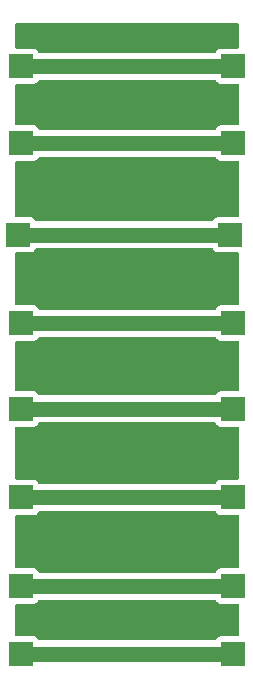
<source format=gbr>
%TF.GenerationSoftware,KiCad,Pcbnew,6.0.10-86aedd382b~118~ubuntu22.04.1*%
%TF.CreationDate,2023-01-31T18:19:09-07:00*%
%TF.ProjectId,scaarix_flow_bridge,73636161-7269-4785-9f66-6c6f775f6272,v1.0.0*%
%TF.SameCoordinates,Original*%
%TF.FileFunction,Copper,L1,Top*%
%TF.FilePolarity,Positive*%
%FSLAX46Y46*%
G04 Gerber Fmt 4.6, Leading zero omitted, Abs format (unit mm)*
G04 Created by KiCad (PCBNEW 6.0.10-86aedd382b~118~ubuntu22.04.1) date 2023-01-31 18:19:09*
%MOMM*%
%LPD*%
G01*
G04 APERTURE LIST*
%TA.AperFunction,ComponentPad*%
%ADD10R,2.000000X2.000000*%
%TD*%
%TA.AperFunction,Conductor*%
%ADD11C,1.270000*%
%TD*%
G04 APERTURE END LIST*
D10*
%TO.P,J3,1,Pin_1*%
%TO.N,P10*%
X293800000Y-78050000D03*
%TO.P,J3,2,Pin_2*%
%TO.N,P16*%
X293800000Y-84550000D03*
%TO.P,J3,3,Pin_3*%
%TO.N,P18*%
X293550000Y-92300000D03*
%TO.P,J3,4,Pin_4*%
%TO.N,P19*%
X293800000Y-99800000D03*
%TO.P,J3,5,Pin_5*%
%TO.N,VCC*%
X293800000Y-107050000D03*
%TO.P,J3,6,Pin_6*%
%TO.N,D1*%
X293800000Y-114550000D03*
%TO.P,J3,7,Pin_6*%
%TO.N,P1*%
X293800000Y-122050000D03*
%TO.P,J3,8,Pin_6*%
%TO.N,GND*%
X293800000Y-127800000D03*
%TD*%
%TO.P,J4,1,Pin_1*%
%TO.N,P10*%
X311800000Y-78050000D03*
%TO.P,J4,2,Pin_2*%
%TO.N,P16*%
X311800000Y-84550000D03*
%TO.P,J4,3,Pin_3*%
%TO.N,P18*%
X311550000Y-92300000D03*
%TO.P,J4,4,Pin_4*%
%TO.N,P19*%
X311800000Y-99800000D03*
%TO.P,J4,5,Pin_5*%
%TO.N,VCC*%
X311800000Y-107050000D03*
%TO.P,J4,6,Pin_6*%
%TO.N,D1*%
X311800000Y-114550000D03*
%TO.P,J4,7*%
%TO.N,P1*%
X311800000Y-122050000D03*
%TO.P,J4,8*%
%TO.N,GND*%
X311800000Y-127800000D03*
%TD*%
D11*
%TO.N,GND*%
X293800000Y-127800000D02*
X311800000Y-127800000D01*
%TO.N,VCC*%
X293800000Y-107050000D02*
X311800000Y-107050000D01*
%TO.N,P19*%
X293800000Y-99800000D02*
X311800000Y-99800000D01*
%TO.N,P18*%
X293550000Y-92300000D02*
X311550000Y-92300000D01*
%TO.N,P16*%
X293800000Y-84550000D02*
X311800000Y-84550000D01*
%TO.N,P10*%
X293800000Y-78050000D02*
X311800000Y-78050000D01*
%TO.N,P1*%
X293800000Y-122050000D02*
X311800000Y-122050000D01*
%TO.N,D1*%
X293800000Y-114550000D02*
X311800000Y-114550000D01*
%TD*%
%TA.AperFunction,NonConductor*%
G36*
X312233621Y-74428502D02*
G01*
X312280114Y-74482158D01*
X312291500Y-74534500D01*
X312291500Y-76415500D01*
X312271498Y-76483621D01*
X312217842Y-76530114D01*
X312165500Y-76541500D01*
X310751866Y-76541500D01*
X310689684Y-76548255D01*
X310553295Y-76599385D01*
X310436739Y-76686739D01*
X310349385Y-76803295D01*
X310346232Y-76811704D01*
X310346231Y-76811707D01*
X310341348Y-76824731D01*
X310298706Y-76881495D01*
X310232144Y-76906194D01*
X310223367Y-76906500D01*
X295376633Y-76906500D01*
X295308512Y-76886498D01*
X295262019Y-76832842D01*
X295258652Y-76824731D01*
X295253769Y-76811707D01*
X295253768Y-76811704D01*
X295250615Y-76803295D01*
X295163261Y-76686739D01*
X295046705Y-76599385D01*
X294910316Y-76548255D01*
X294848134Y-76541500D01*
X293434500Y-76541500D01*
X293366379Y-76521498D01*
X293319886Y-76467842D01*
X293308500Y-76415500D01*
X293308500Y-74534500D01*
X293328502Y-74466379D01*
X293382158Y-74419886D01*
X293434500Y-74408500D01*
X312165500Y-74408500D01*
X312233621Y-74428502D01*
G37*
%TD.AperFunction*%
%TA.AperFunction,NonConductor*%
G36*
X310291488Y-79213502D02*
G01*
X310337981Y-79267158D01*
X310341348Y-79275269D01*
X310346231Y-79288293D01*
X310349385Y-79296705D01*
X310436739Y-79413261D01*
X310553295Y-79500615D01*
X310689684Y-79551745D01*
X310751866Y-79558500D01*
X312165500Y-79558500D01*
X312233621Y-79578502D01*
X312280114Y-79632158D01*
X312291500Y-79684500D01*
X312291500Y-82915500D01*
X312271498Y-82983621D01*
X312217842Y-83030114D01*
X312165500Y-83041500D01*
X310751866Y-83041500D01*
X310689684Y-83048255D01*
X310553295Y-83099385D01*
X310436739Y-83186739D01*
X310349385Y-83303295D01*
X310346232Y-83311704D01*
X310346231Y-83311707D01*
X310341348Y-83324731D01*
X310298706Y-83381495D01*
X310232144Y-83406194D01*
X310223367Y-83406500D01*
X295376633Y-83406500D01*
X295308512Y-83386498D01*
X295262019Y-83332842D01*
X295258652Y-83324731D01*
X295253769Y-83311707D01*
X295253768Y-83311704D01*
X295250615Y-83303295D01*
X295163261Y-83186739D01*
X295046705Y-83099385D01*
X294910316Y-83048255D01*
X294848134Y-83041500D01*
X293434500Y-83041500D01*
X293366379Y-83021498D01*
X293319886Y-82967842D01*
X293308500Y-82915500D01*
X293308500Y-79684500D01*
X293328502Y-79616379D01*
X293382158Y-79569886D01*
X293434500Y-79558500D01*
X294848134Y-79558500D01*
X294910316Y-79551745D01*
X295046705Y-79500615D01*
X295163261Y-79413261D01*
X295250615Y-79296705D01*
X295253769Y-79288293D01*
X295258652Y-79275269D01*
X295301294Y-79218505D01*
X295367856Y-79193806D01*
X295376633Y-79193500D01*
X310223367Y-79193500D01*
X310291488Y-79213502D01*
G37*
%TD.AperFunction*%
%TA.AperFunction,NonConductor*%
G36*
X310291488Y-85713502D02*
G01*
X310337981Y-85767158D01*
X310341348Y-85775269D01*
X310346231Y-85788293D01*
X310349385Y-85796705D01*
X310436739Y-85913261D01*
X310553295Y-86000615D01*
X310689684Y-86051745D01*
X310751866Y-86058500D01*
X312165500Y-86058500D01*
X312233621Y-86078502D01*
X312280114Y-86132158D01*
X312291500Y-86184500D01*
X312291500Y-90665500D01*
X312271498Y-90733621D01*
X312217842Y-90780114D01*
X312165500Y-90791500D01*
X310501866Y-90791500D01*
X310439684Y-90798255D01*
X310303295Y-90849385D01*
X310186739Y-90936739D01*
X310099385Y-91053295D01*
X310096232Y-91061704D01*
X310096231Y-91061707D01*
X310091348Y-91074731D01*
X310048706Y-91131495D01*
X309982144Y-91156194D01*
X309973367Y-91156500D01*
X295126633Y-91156500D01*
X295058512Y-91136498D01*
X295012019Y-91082842D01*
X295008652Y-91074731D01*
X295003769Y-91061707D01*
X295003768Y-91061704D01*
X295000615Y-91053295D01*
X294913261Y-90936739D01*
X294796705Y-90849385D01*
X294660316Y-90798255D01*
X294598134Y-90791500D01*
X293434500Y-90791500D01*
X293366379Y-90771498D01*
X293319886Y-90717842D01*
X293308500Y-90665500D01*
X293308500Y-86184500D01*
X293328502Y-86116379D01*
X293382158Y-86069886D01*
X293434500Y-86058500D01*
X294848134Y-86058500D01*
X294910316Y-86051745D01*
X295046705Y-86000615D01*
X295163261Y-85913261D01*
X295250615Y-85796705D01*
X295253769Y-85788293D01*
X295258652Y-85775269D01*
X295301294Y-85718505D01*
X295367856Y-85693806D01*
X295376633Y-85693500D01*
X310223367Y-85693500D01*
X310291488Y-85713502D01*
G37*
%TD.AperFunction*%
%TA.AperFunction,NonConductor*%
G36*
X310041488Y-93463502D02*
G01*
X310087981Y-93517158D01*
X310091348Y-93525269D01*
X310096231Y-93538293D01*
X310099385Y-93546705D01*
X310186739Y-93663261D01*
X310303295Y-93750615D01*
X310439684Y-93801745D01*
X310501866Y-93808500D01*
X312165500Y-93808500D01*
X312233621Y-93828502D01*
X312280114Y-93882158D01*
X312291500Y-93934500D01*
X312291500Y-98165500D01*
X312271498Y-98233621D01*
X312217842Y-98280114D01*
X312165500Y-98291500D01*
X310751866Y-98291500D01*
X310689684Y-98298255D01*
X310553295Y-98349385D01*
X310436739Y-98436739D01*
X310349385Y-98553295D01*
X310346232Y-98561704D01*
X310346231Y-98561707D01*
X310341348Y-98574731D01*
X310298706Y-98631495D01*
X310232144Y-98656194D01*
X310223367Y-98656500D01*
X295376633Y-98656500D01*
X295308512Y-98636498D01*
X295262019Y-98582842D01*
X295258652Y-98574731D01*
X295253769Y-98561707D01*
X295253768Y-98561704D01*
X295250615Y-98553295D01*
X295163261Y-98436739D01*
X295046705Y-98349385D01*
X294910316Y-98298255D01*
X294848134Y-98291500D01*
X293434500Y-98291500D01*
X293366379Y-98271498D01*
X293319886Y-98217842D01*
X293308500Y-98165500D01*
X293308500Y-93934500D01*
X293328502Y-93866379D01*
X293382158Y-93819886D01*
X293434500Y-93808500D01*
X294598134Y-93808500D01*
X294660316Y-93801745D01*
X294796705Y-93750615D01*
X294913261Y-93663261D01*
X295000615Y-93546705D01*
X295003769Y-93538293D01*
X295008652Y-93525269D01*
X295051294Y-93468505D01*
X295117856Y-93443806D01*
X295126633Y-93443500D01*
X309973367Y-93443500D01*
X310041488Y-93463502D01*
G37*
%TD.AperFunction*%
%TA.AperFunction,NonConductor*%
G36*
X310291488Y-100963502D02*
G01*
X310337981Y-101017158D01*
X310341348Y-101025269D01*
X310346231Y-101038293D01*
X310349385Y-101046705D01*
X310436739Y-101163261D01*
X310553295Y-101250615D01*
X310689684Y-101301745D01*
X310751866Y-101308500D01*
X312165500Y-101308500D01*
X312233621Y-101328502D01*
X312280114Y-101382158D01*
X312291500Y-101434500D01*
X312291500Y-105415500D01*
X312271498Y-105483621D01*
X312217842Y-105530114D01*
X312165500Y-105541500D01*
X310751866Y-105541500D01*
X310689684Y-105548255D01*
X310553295Y-105599385D01*
X310436739Y-105686739D01*
X310349385Y-105803295D01*
X310346232Y-105811704D01*
X310346231Y-105811707D01*
X310341348Y-105824731D01*
X310298706Y-105881495D01*
X310232144Y-105906194D01*
X310223367Y-105906500D01*
X295376633Y-105906500D01*
X295308512Y-105886498D01*
X295262019Y-105832842D01*
X295258652Y-105824731D01*
X295253769Y-105811707D01*
X295253768Y-105811704D01*
X295250615Y-105803295D01*
X295163261Y-105686739D01*
X295046705Y-105599385D01*
X294910316Y-105548255D01*
X294848134Y-105541500D01*
X293434500Y-105541500D01*
X293366379Y-105521498D01*
X293319886Y-105467842D01*
X293308500Y-105415500D01*
X293308500Y-101434500D01*
X293328502Y-101366379D01*
X293382158Y-101319886D01*
X293434500Y-101308500D01*
X294848134Y-101308500D01*
X294910316Y-101301745D01*
X295046705Y-101250615D01*
X295163261Y-101163261D01*
X295250615Y-101046705D01*
X295253769Y-101038293D01*
X295258652Y-101025269D01*
X295301294Y-100968505D01*
X295367856Y-100943806D01*
X295376633Y-100943500D01*
X310223367Y-100943500D01*
X310291488Y-100963502D01*
G37*
%TD.AperFunction*%
%TA.AperFunction,NonConductor*%
G36*
X310291488Y-108213502D02*
G01*
X310337981Y-108267158D01*
X310341348Y-108275269D01*
X310346231Y-108288293D01*
X310349385Y-108296705D01*
X310436739Y-108413261D01*
X310553295Y-108500615D01*
X310689684Y-108551745D01*
X310751866Y-108558500D01*
X312165500Y-108558500D01*
X312233621Y-108578502D01*
X312280114Y-108632158D01*
X312291500Y-108684500D01*
X312291500Y-112915500D01*
X312271498Y-112983621D01*
X312217842Y-113030114D01*
X312165500Y-113041500D01*
X310751866Y-113041500D01*
X310689684Y-113048255D01*
X310553295Y-113099385D01*
X310436739Y-113186739D01*
X310349385Y-113303295D01*
X310346232Y-113311704D01*
X310346231Y-113311707D01*
X310341348Y-113324731D01*
X310298706Y-113381495D01*
X310232144Y-113406194D01*
X310223367Y-113406500D01*
X295376633Y-113406500D01*
X295308512Y-113386498D01*
X295262019Y-113332842D01*
X295258652Y-113324731D01*
X295253769Y-113311707D01*
X295253768Y-113311704D01*
X295250615Y-113303295D01*
X295163261Y-113186739D01*
X295046705Y-113099385D01*
X294910316Y-113048255D01*
X294848134Y-113041500D01*
X293434500Y-113041500D01*
X293366379Y-113021498D01*
X293319886Y-112967842D01*
X293308500Y-112915500D01*
X293308500Y-108684500D01*
X293328502Y-108616379D01*
X293382158Y-108569886D01*
X293434500Y-108558500D01*
X294848134Y-108558500D01*
X294910316Y-108551745D01*
X295046705Y-108500615D01*
X295163261Y-108413261D01*
X295250615Y-108296705D01*
X295253769Y-108288293D01*
X295258652Y-108275269D01*
X295301294Y-108218505D01*
X295367856Y-108193806D01*
X295376633Y-108193500D01*
X310223367Y-108193500D01*
X310291488Y-108213502D01*
G37*
%TD.AperFunction*%
%TA.AperFunction,NonConductor*%
G36*
X310291488Y-115713502D02*
G01*
X310337981Y-115767158D01*
X310341348Y-115775269D01*
X310346231Y-115788293D01*
X310349385Y-115796705D01*
X310436739Y-115913261D01*
X310553295Y-116000615D01*
X310689684Y-116051745D01*
X310751866Y-116058500D01*
X312165500Y-116058500D01*
X312233621Y-116078502D01*
X312280114Y-116132158D01*
X312291500Y-116184500D01*
X312291500Y-120415500D01*
X312271498Y-120483621D01*
X312217842Y-120530114D01*
X312165500Y-120541500D01*
X310751866Y-120541500D01*
X310689684Y-120548255D01*
X310553295Y-120599385D01*
X310436739Y-120686739D01*
X310349385Y-120803295D01*
X310346232Y-120811704D01*
X310346231Y-120811707D01*
X310341348Y-120824731D01*
X310298706Y-120881495D01*
X310232144Y-120906194D01*
X310223367Y-120906500D01*
X295376633Y-120906500D01*
X295308512Y-120886498D01*
X295262019Y-120832842D01*
X295258652Y-120824731D01*
X295253769Y-120811707D01*
X295253768Y-120811704D01*
X295250615Y-120803295D01*
X295163261Y-120686739D01*
X295046705Y-120599385D01*
X294910316Y-120548255D01*
X294848134Y-120541500D01*
X293434500Y-120541500D01*
X293366379Y-120521498D01*
X293319886Y-120467842D01*
X293308500Y-120415500D01*
X293308500Y-116184500D01*
X293328502Y-116116379D01*
X293382158Y-116069886D01*
X293434500Y-116058500D01*
X294848134Y-116058500D01*
X294910316Y-116051745D01*
X295046705Y-116000615D01*
X295163261Y-115913261D01*
X295250615Y-115796705D01*
X295253769Y-115788293D01*
X295258652Y-115775269D01*
X295301294Y-115718505D01*
X295367856Y-115693806D01*
X295376633Y-115693500D01*
X310223367Y-115693500D01*
X310291488Y-115713502D01*
G37*
%TD.AperFunction*%
%TA.AperFunction,NonConductor*%
G36*
X310291488Y-123213502D02*
G01*
X310337981Y-123267158D01*
X310341348Y-123275269D01*
X310346231Y-123288293D01*
X310349385Y-123296705D01*
X310436739Y-123413261D01*
X310553295Y-123500615D01*
X310689684Y-123551745D01*
X310751866Y-123558500D01*
X312165500Y-123558500D01*
X312233621Y-123578502D01*
X312280114Y-123632158D01*
X312291500Y-123684500D01*
X312291500Y-126165500D01*
X312271498Y-126233621D01*
X312217842Y-126280114D01*
X312165500Y-126291500D01*
X310751866Y-126291500D01*
X310689684Y-126298255D01*
X310553295Y-126349385D01*
X310436739Y-126436739D01*
X310349385Y-126553295D01*
X310346232Y-126561704D01*
X310346231Y-126561707D01*
X310341348Y-126574731D01*
X310298706Y-126631495D01*
X310232144Y-126656194D01*
X310223367Y-126656500D01*
X295376633Y-126656500D01*
X295308512Y-126636498D01*
X295262019Y-126582842D01*
X295258652Y-126574731D01*
X295253769Y-126561707D01*
X295253768Y-126561704D01*
X295250615Y-126553295D01*
X295163261Y-126436739D01*
X295046705Y-126349385D01*
X294910316Y-126298255D01*
X294848134Y-126291500D01*
X293434500Y-126291500D01*
X293366379Y-126271498D01*
X293319886Y-126217842D01*
X293308500Y-126165500D01*
X293308500Y-123684500D01*
X293328502Y-123616379D01*
X293382158Y-123569886D01*
X293434500Y-123558500D01*
X294848134Y-123558500D01*
X294910316Y-123551745D01*
X295046705Y-123500615D01*
X295163261Y-123413261D01*
X295250615Y-123296705D01*
X295253769Y-123288293D01*
X295258652Y-123275269D01*
X295301294Y-123218505D01*
X295367856Y-123193806D01*
X295376633Y-123193500D01*
X310223367Y-123193500D01*
X310291488Y-123213502D01*
G37*
%TD.AperFunction*%
M02*

</source>
